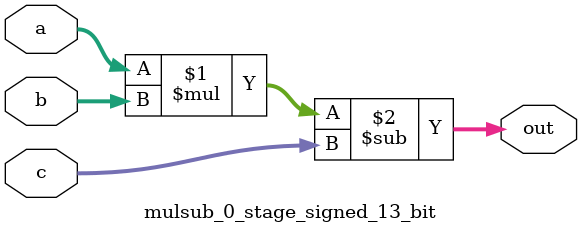
<source format=sv>
(* use_dsp = "yes" *) module mulsub_0_stage_signed_13_bit(
	input signed [12:0] a,
	input signed [12:0] b,
	input signed [12:0] c,
	output [12:0] out
	);

	assign out = (a * b) - c;
endmodule

</source>
